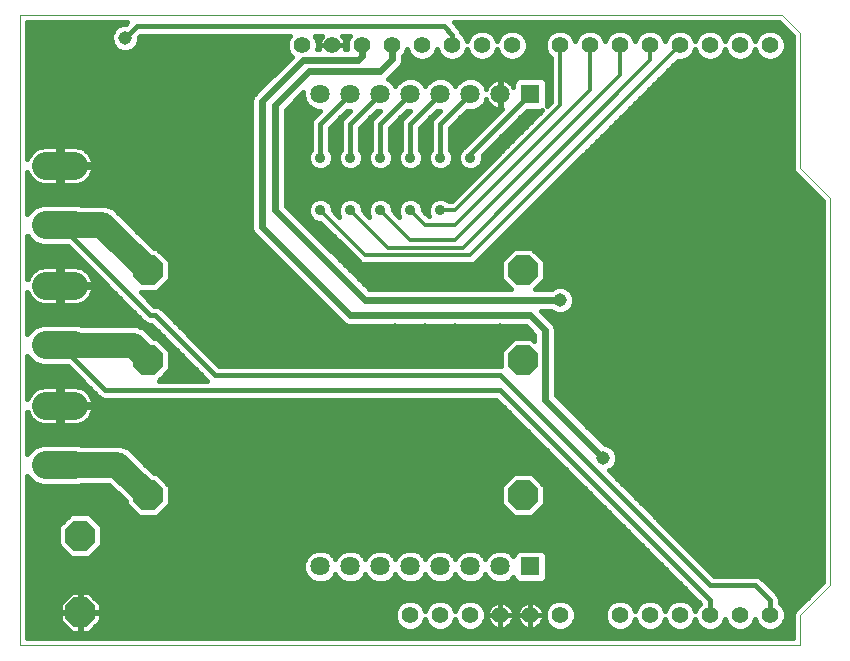
<source format=gbl>
G75*
G70*
%OFA0B0*%
%FSLAX24Y24*%
%IPPOS*%
%LPD*%
%AMOC8*
5,1,8,0,0,1.08239X$1,22.5*
%
%ADD10C,0.0000*%
%ADD11OC8,0.1000*%
%ADD12R,0.0643X0.0643*%
%ADD13C,0.0643*%
%ADD14C,0.0551*%
%ADD15C,0.0937*%
%ADD16C,0.0160*%
%ADD17C,0.0450*%
%ADD18C,0.0860*%
%ADD19C,0.0820*%
%ADD20C,0.0350*%
%ADD21C,0.0120*%
%ADD22C,0.0240*%
D10*
X000867Y004800D02*
X026867Y004800D01*
X026867Y005800D01*
X027867Y006800D01*
X027867Y019700D01*
X026867Y020700D01*
X026867Y025200D01*
X026267Y025800D01*
X000867Y025800D01*
X000867Y004800D01*
D11*
X002867Y005895D03*
X002867Y008455D03*
X005117Y009800D03*
X005117Y014300D03*
X005117Y017300D03*
X017617Y017300D03*
X017617Y014300D03*
X017617Y009800D03*
D12*
X017867Y007426D03*
X017867Y023174D03*
D13*
X016867Y023174D03*
X015867Y023174D03*
X014867Y023174D03*
X013867Y023174D03*
X012867Y023174D03*
X011867Y023174D03*
X010867Y023174D03*
X010867Y007426D03*
X011867Y007426D03*
X012867Y007426D03*
X013867Y007426D03*
X014867Y007426D03*
X015867Y007426D03*
X016867Y007426D03*
D14*
X016867Y005800D03*
X017867Y005800D03*
X018867Y005800D03*
X020867Y005800D03*
X021867Y005800D03*
X022867Y005800D03*
X023867Y005800D03*
X024867Y005800D03*
X025867Y005800D03*
X015867Y005800D03*
X014867Y005800D03*
X013867Y005800D03*
X014267Y024800D03*
X013267Y024800D03*
X012267Y024800D03*
X011267Y024800D03*
X010267Y024800D03*
X015267Y024800D03*
X016267Y024800D03*
X017267Y024800D03*
X018867Y024800D03*
X019867Y024800D03*
X020867Y024800D03*
X021867Y024800D03*
X022867Y024800D03*
X023867Y024800D03*
X024867Y024800D03*
X025867Y024800D03*
D15*
X002658Y020784D02*
X001721Y020784D01*
X001721Y018816D02*
X002658Y018816D01*
X002658Y016784D02*
X001721Y016784D01*
X001721Y014816D02*
X002658Y014816D01*
X002658Y012784D02*
X001721Y012784D01*
X001721Y010816D02*
X002658Y010816D01*
D16*
X002892Y010146D02*
X003824Y010146D01*
X004377Y009592D01*
X004377Y009493D01*
X004810Y009060D01*
X005423Y009060D01*
X005857Y009493D01*
X005857Y010107D01*
X005423Y010540D01*
X005324Y010540D01*
X004481Y011384D01*
X004234Y011486D01*
X002892Y011486D01*
X002799Y011524D01*
X001580Y011524D01*
X001320Y011416D01*
X001121Y011217D01*
X001107Y011184D01*
X001107Y012573D01*
X001138Y012497D01*
X001181Y012423D01*
X001233Y012356D01*
X001293Y012296D01*
X001360Y012244D01*
X001434Y012201D01*
X001512Y012169D01*
X001594Y012147D01*
X001679Y012136D01*
X002132Y012136D01*
X002132Y012726D01*
X002248Y012726D01*
X002248Y012842D01*
X003305Y012842D01*
X003296Y012911D01*
X003274Y012993D01*
X003241Y013072D01*
X003199Y013145D01*
X003147Y013213D01*
X003087Y013273D01*
X003019Y013325D01*
X002946Y013367D01*
X002867Y013400D01*
X002785Y013422D01*
X002701Y013433D01*
X002248Y013433D01*
X002248Y012842D01*
X002132Y012842D01*
X002132Y013433D01*
X001679Y013433D01*
X001594Y013422D01*
X001512Y013400D01*
X001434Y013367D01*
X001360Y013325D01*
X001293Y013273D01*
X001233Y013213D01*
X001181Y013145D01*
X001138Y013072D01*
X001107Y012996D01*
X001107Y014447D01*
X001121Y014414D01*
X001320Y014215D01*
X001580Y014107D01*
X002446Y014107D01*
X003434Y013119D01*
X003524Y013029D01*
X003642Y012980D01*
X016734Y012980D01*
X023526Y006188D01*
X023430Y006092D01*
X023367Y005940D01*
X023304Y006092D01*
X023159Y006237D01*
X022969Y006316D01*
X022764Y006316D01*
X022575Y006237D01*
X022430Y006092D01*
X022367Y005940D01*
X022304Y006092D01*
X022159Y006237D01*
X021969Y006316D01*
X021764Y006316D01*
X021575Y006237D01*
X021430Y006092D01*
X021367Y005940D01*
X021304Y006092D01*
X021159Y006237D01*
X020969Y006316D01*
X020764Y006316D01*
X020575Y006237D01*
X020430Y006092D01*
X020351Y005903D01*
X020351Y005697D01*
X020430Y005508D01*
X020575Y005363D01*
X020764Y005284D01*
X020969Y005284D01*
X021159Y005363D01*
X021304Y005508D01*
X021367Y005660D01*
X021430Y005508D01*
X021575Y005363D01*
X021764Y005284D01*
X021969Y005284D01*
X022159Y005363D01*
X022304Y005508D01*
X022367Y005660D01*
X022430Y005508D01*
X022575Y005363D01*
X022764Y005284D01*
X022969Y005284D01*
X023159Y005363D01*
X023304Y005508D01*
X023367Y005660D01*
X023430Y005508D01*
X023575Y005363D01*
X023764Y005284D01*
X023969Y005284D01*
X024159Y005363D01*
X024304Y005508D01*
X024367Y005660D01*
X024430Y005508D01*
X024575Y005363D01*
X024764Y005284D01*
X024969Y005284D01*
X025159Y005363D01*
X025304Y005508D01*
X025367Y005660D01*
X025430Y005508D01*
X025575Y005363D01*
X025764Y005284D01*
X025969Y005284D01*
X026159Y005363D01*
X026304Y005508D01*
X026383Y005697D01*
X026383Y005903D01*
X026304Y006092D01*
X026187Y006209D01*
X026187Y006364D01*
X026138Y006481D01*
X026048Y006571D01*
X025548Y007071D01*
X025431Y007120D01*
X023999Y007120D01*
X020494Y010625D01*
X020568Y010656D01*
X020699Y010787D01*
X020769Y010958D01*
X020769Y011142D01*
X020699Y011313D01*
X020568Y011444D01*
X020397Y011515D01*
X020349Y011515D01*
X018727Y013137D01*
X018727Y015372D01*
X018672Y015504D01*
X018571Y015605D01*
X018236Y015940D01*
X018569Y015940D01*
X018604Y015906D01*
X018774Y015835D01*
X018959Y015835D01*
X019130Y015906D01*
X019261Y016037D01*
X019332Y016208D01*
X019332Y016392D01*
X019261Y016563D01*
X019130Y016694D01*
X018959Y016765D01*
X018774Y016765D01*
X018604Y016694D01*
X018569Y016660D01*
X018023Y016660D01*
X018357Y016993D01*
X018357Y017607D01*
X017923Y018040D01*
X017310Y018040D01*
X016877Y017607D01*
X016877Y016993D01*
X017210Y016660D01*
X012516Y016660D01*
X009727Y019449D01*
X009727Y022651D01*
X010306Y023230D01*
X010306Y023062D01*
X010391Y022856D01*
X010549Y022698D01*
X010755Y022613D01*
X010853Y022613D01*
X010686Y022445D01*
X010686Y022445D01*
X010596Y022355D01*
X010547Y022238D01*
X010547Y021317D01*
X010515Y021285D01*
X010452Y021133D01*
X010452Y020967D01*
X009727Y020967D01*
X009727Y020809D02*
X010522Y020809D01*
X010515Y020815D02*
X010632Y020698D01*
X010784Y020635D01*
X010949Y020635D01*
X011102Y020698D01*
X011219Y020815D01*
X011282Y020967D01*
X011452Y020967D01*
X011515Y020815D01*
X011632Y020698D01*
X011784Y020635D01*
X011949Y020635D01*
X012102Y020698D01*
X012219Y020815D01*
X012282Y020967D01*
X012452Y020967D01*
X012515Y020815D01*
X012632Y020698D01*
X012784Y020635D01*
X012949Y020635D01*
X013102Y020698D01*
X013219Y020815D01*
X013282Y020967D01*
X013452Y020967D01*
X013515Y020815D01*
X013632Y020698D01*
X013784Y020635D01*
X013949Y020635D01*
X014102Y020698D01*
X014219Y020815D01*
X014282Y020967D01*
X014452Y020967D01*
X014515Y020815D01*
X014632Y020698D01*
X014784Y020635D01*
X014949Y020635D01*
X015102Y020698D01*
X015219Y020815D01*
X015282Y020967D01*
X015452Y020967D01*
X015515Y020815D01*
X015632Y020698D01*
X015784Y020635D01*
X015949Y020635D01*
X016102Y020698D01*
X016219Y020815D01*
X016282Y020967D01*
X016610Y020967D01*
X016768Y021126D02*
X016282Y021126D01*
X016282Y021133D02*
X016281Y021135D01*
X017758Y022613D01*
X018236Y022613D01*
X018269Y022627D01*
X015243Y019600D01*
X015154Y019600D01*
X015102Y019652D01*
X014949Y019715D01*
X014784Y019715D01*
X014632Y019652D01*
X014515Y019535D01*
X014452Y019383D01*
X014452Y019217D01*
X014501Y019100D01*
X014491Y019100D01*
X014282Y019309D01*
X014282Y019383D01*
X014219Y019535D01*
X014102Y019652D01*
X013949Y019715D01*
X013784Y019715D01*
X013632Y019652D01*
X013515Y019535D01*
X013452Y019383D01*
X013452Y019217D01*
X013507Y019084D01*
X013282Y019309D01*
X013282Y019383D01*
X013219Y019535D01*
X013102Y019652D01*
X012949Y019715D01*
X012784Y019715D01*
X012632Y019652D01*
X012515Y019535D01*
X012452Y019383D01*
X012452Y019217D01*
X012507Y019084D01*
X012282Y019309D01*
X012282Y019383D01*
X012219Y019535D01*
X012102Y019652D01*
X011949Y019715D01*
X011784Y019715D01*
X011632Y019652D01*
X011515Y019535D01*
X011452Y019383D01*
X011452Y019217D01*
X011507Y019084D01*
X011282Y019309D01*
X011282Y019383D01*
X011219Y019535D01*
X011102Y019652D01*
X010949Y019715D01*
X010784Y019715D01*
X010632Y019652D01*
X010515Y019535D01*
X010452Y019383D01*
X010452Y019217D01*
X010515Y019065D01*
X010111Y019065D01*
X010270Y018907D02*
X010732Y018907D01*
X010784Y018885D02*
X010858Y018885D01*
X012113Y017630D01*
X012197Y017546D01*
X012307Y017500D01*
X015927Y017500D01*
X016037Y017546D01*
X022776Y024284D01*
X022969Y024284D01*
X023159Y024363D01*
X023304Y024508D01*
X023367Y024660D01*
X023430Y024508D01*
X023575Y024363D01*
X023764Y024284D01*
X023969Y024284D01*
X024159Y024363D01*
X024304Y024508D01*
X024367Y024660D01*
X024430Y024508D01*
X024575Y024363D01*
X024764Y024284D01*
X024969Y024284D01*
X025159Y024363D01*
X025304Y024508D01*
X025367Y024660D01*
X025430Y024508D01*
X025575Y024363D01*
X025764Y024284D01*
X025969Y024284D01*
X026159Y024363D01*
X026304Y024508D01*
X026383Y024697D01*
X026383Y024903D01*
X026304Y025092D01*
X026159Y025237D01*
X025969Y025316D01*
X025764Y025316D01*
X025575Y025237D01*
X025430Y025092D01*
X025367Y024940D01*
X025304Y025092D01*
X025159Y025237D01*
X024969Y025316D01*
X024764Y025316D01*
X024575Y025237D01*
X024430Y025092D01*
X024367Y024940D01*
X024304Y025092D01*
X024159Y025237D01*
X023969Y025316D01*
X023764Y025316D01*
X023575Y025237D01*
X023430Y025092D01*
X023367Y024940D01*
X023304Y025092D01*
X023159Y025237D01*
X022969Y025316D01*
X022764Y025316D01*
X022575Y025237D01*
X022430Y025092D01*
X022367Y024940D01*
X022304Y025092D01*
X022159Y025237D01*
X021969Y025316D01*
X021764Y025316D01*
X021575Y025237D01*
X021430Y025092D01*
X021367Y024940D01*
X021304Y025092D01*
X021159Y025237D01*
X020969Y025316D01*
X020764Y025316D01*
X020575Y025237D01*
X020430Y025092D01*
X020367Y024940D01*
X020304Y025092D01*
X020159Y025237D01*
X019969Y025316D01*
X019764Y025316D01*
X019575Y025237D01*
X019430Y025092D01*
X019367Y024940D01*
X019304Y025092D01*
X019159Y025237D01*
X018969Y025316D01*
X018764Y025316D01*
X018575Y025237D01*
X018430Y025092D01*
X018351Y024903D01*
X018351Y024697D01*
X018430Y024508D01*
X018567Y024371D01*
X018567Y022924D01*
X018414Y022772D01*
X018428Y022805D01*
X018428Y023543D01*
X018392Y023631D01*
X018324Y023699D01*
X018236Y023735D01*
X017498Y023735D01*
X017410Y023699D01*
X017342Y023631D01*
X017306Y023543D01*
X017306Y023417D01*
X017296Y023437D01*
X017249Y023501D01*
X017193Y023556D01*
X017130Y023603D01*
X017059Y023639D01*
X016984Y023663D01*
X016906Y023675D01*
X016887Y023675D01*
X016887Y023194D01*
X016847Y023194D01*
X016847Y023675D01*
X016827Y023675D01*
X016750Y023663D01*
X016675Y023639D01*
X016604Y023603D01*
X016540Y023556D01*
X016485Y023501D01*
X016438Y023437D01*
X016402Y023366D01*
X016399Y023356D01*
X016343Y023492D01*
X016185Y023650D01*
X015979Y023735D01*
X015755Y023735D01*
X015549Y023650D01*
X015391Y023492D01*
X015367Y023434D01*
X015343Y023492D01*
X015185Y023650D01*
X014979Y023735D01*
X014755Y023735D01*
X014549Y023650D01*
X014391Y023492D01*
X014367Y023434D01*
X014343Y023492D01*
X014185Y023650D01*
X013979Y023735D01*
X013755Y023735D01*
X013549Y023650D01*
X013391Y023492D01*
X013367Y023434D01*
X013343Y023492D01*
X013185Y023650D01*
X013125Y023674D01*
X013172Y023721D01*
X013572Y024121D01*
X013627Y024253D01*
X013627Y024431D01*
X013704Y024508D01*
X013767Y024660D01*
X013830Y024508D01*
X013975Y024363D01*
X014164Y024284D01*
X014369Y024284D01*
X014559Y024363D01*
X014704Y024508D01*
X014767Y024660D01*
X014830Y024508D01*
X014975Y024363D01*
X015164Y024284D01*
X015369Y024284D01*
X015559Y024363D01*
X015704Y024508D01*
X015767Y024660D01*
X015830Y024508D01*
X015975Y024363D01*
X016164Y024284D01*
X016369Y024284D01*
X016559Y024363D01*
X016704Y024508D01*
X016767Y024660D01*
X016830Y024508D01*
X016975Y024363D01*
X017164Y024284D01*
X017369Y024284D01*
X017559Y024363D01*
X017704Y024508D01*
X017783Y024697D01*
X017783Y024903D01*
X017704Y025092D01*
X017559Y025237D01*
X017369Y025316D01*
X017164Y025316D01*
X016975Y025237D01*
X016830Y025092D01*
X016767Y024940D01*
X016704Y025092D01*
X016559Y025237D01*
X016369Y025316D01*
X016164Y025316D01*
X015975Y025237D01*
X015830Y025092D01*
X015767Y024940D01*
X015704Y025092D01*
X015587Y025209D01*
X015587Y025214D01*
X015538Y025331D01*
X015309Y025560D01*
X026168Y025560D01*
X026627Y025101D01*
X026627Y020652D01*
X026663Y020564D01*
X027627Y019601D01*
X027627Y006899D01*
X026731Y006003D01*
X026663Y005936D01*
X026627Y005848D01*
X026627Y005040D01*
X001107Y005040D01*
X001107Y010447D01*
X001121Y010414D01*
X001320Y010215D01*
X001580Y010107D01*
X002799Y010107D01*
X002892Y010146D01*
X003173Y009195D02*
X002560Y009195D01*
X002127Y008762D01*
X002127Y008148D01*
X002560Y007715D01*
X003173Y007715D01*
X003607Y008148D01*
X003607Y008762D01*
X003173Y009195D01*
X003289Y009080D02*
X004791Y009080D01*
X004632Y009238D02*
X001107Y009238D01*
X001107Y009080D02*
X002445Y009080D01*
X002286Y008921D02*
X001107Y008921D01*
X001107Y008763D02*
X002128Y008763D01*
X002127Y008604D02*
X001107Y008604D01*
X001107Y008446D02*
X002127Y008446D01*
X002127Y008287D02*
X001107Y008287D01*
X001107Y008129D02*
X002147Y008129D01*
X002305Y007970D02*
X001107Y007970D01*
X001107Y007812D02*
X002464Y007812D01*
X003270Y007812D02*
X010459Y007812D01*
X010391Y007744D02*
X010549Y007902D01*
X010755Y007987D01*
X010979Y007987D01*
X011185Y007902D01*
X011343Y007744D01*
X011367Y007686D01*
X011391Y007744D01*
X011549Y007902D01*
X011755Y007987D01*
X011979Y007987D01*
X012185Y007902D01*
X012343Y007744D01*
X012367Y007686D01*
X012391Y007744D01*
X012549Y007902D01*
X012755Y007987D01*
X012979Y007987D01*
X013185Y007902D01*
X013343Y007744D01*
X013367Y007686D01*
X013391Y007744D01*
X013549Y007902D01*
X013755Y007987D01*
X013979Y007987D01*
X014185Y007902D01*
X014343Y007744D01*
X014367Y007686D01*
X014391Y007744D01*
X014549Y007902D01*
X014755Y007987D01*
X014979Y007987D01*
X015185Y007902D01*
X015343Y007744D01*
X015367Y007686D01*
X015391Y007744D01*
X015549Y007902D01*
X015755Y007987D01*
X015979Y007987D01*
X016185Y007902D01*
X016343Y007744D01*
X016367Y007686D01*
X016391Y007744D01*
X016549Y007902D01*
X016755Y007987D01*
X016979Y007987D01*
X017185Y007902D01*
X017306Y007781D01*
X017306Y007795D01*
X017342Y007883D01*
X017410Y007951D01*
X017498Y007987D01*
X018236Y007987D01*
X018324Y007951D01*
X018392Y007883D01*
X018428Y007795D01*
X018428Y007057D01*
X018392Y006969D01*
X018324Y006901D01*
X018236Y006865D01*
X017498Y006865D01*
X017410Y006901D01*
X017342Y006969D01*
X017306Y007057D01*
X017306Y007071D01*
X017185Y006950D01*
X016979Y006865D01*
X016755Y006865D01*
X016549Y006950D01*
X016391Y007108D01*
X016367Y007166D01*
X016343Y007108D01*
X016185Y006950D01*
X015979Y006865D01*
X015755Y006865D01*
X015549Y006950D01*
X015391Y007108D01*
X015367Y007166D01*
X015343Y007108D01*
X015185Y006950D01*
X014979Y006865D01*
X014755Y006865D01*
X014549Y006950D01*
X014391Y007108D01*
X014367Y007166D01*
X014343Y007108D01*
X014185Y006950D01*
X013979Y006865D01*
X013755Y006865D01*
X013549Y006950D01*
X013391Y007108D01*
X013367Y007166D01*
X013343Y007108D01*
X013185Y006950D01*
X012979Y006865D01*
X012755Y006865D01*
X012549Y006950D01*
X012391Y007108D01*
X012367Y007166D01*
X012343Y007108D01*
X012185Y006950D01*
X011979Y006865D01*
X011755Y006865D01*
X011549Y006950D01*
X011391Y007108D01*
X011367Y007166D01*
X011343Y007108D01*
X011185Y006950D01*
X010979Y006865D01*
X010755Y006865D01*
X010549Y006950D01*
X010391Y007108D01*
X010306Y007314D01*
X010306Y007538D01*
X010391Y007744D01*
X010353Y007653D02*
X001107Y007653D01*
X001107Y007495D02*
X010306Y007495D01*
X010306Y007336D02*
X001107Y007336D01*
X001107Y007178D02*
X010362Y007178D01*
X010480Y007019D02*
X001107Y007019D01*
X001107Y006861D02*
X022854Y006861D01*
X022695Y007019D02*
X018412Y007019D01*
X018428Y007178D02*
X022537Y007178D01*
X022378Y007336D02*
X018428Y007336D01*
X018428Y007495D02*
X022220Y007495D01*
X022061Y007653D02*
X018428Y007653D01*
X018421Y007812D02*
X021903Y007812D01*
X021744Y007970D02*
X018278Y007970D01*
X017456Y007970D02*
X017020Y007970D01*
X017275Y007812D02*
X017313Y007812D01*
X016714Y007970D02*
X016020Y007970D01*
X016275Y007812D02*
X016459Y007812D01*
X015714Y007970D02*
X015020Y007970D01*
X015275Y007812D02*
X015459Y007812D01*
X014714Y007970D02*
X014020Y007970D01*
X014275Y007812D02*
X014459Y007812D01*
X013714Y007970D02*
X013020Y007970D01*
X013275Y007812D02*
X013459Y007812D01*
X012714Y007970D02*
X012020Y007970D01*
X012275Y007812D02*
X012459Y007812D01*
X011714Y007970D02*
X011020Y007970D01*
X011275Y007812D02*
X011459Y007812D01*
X010714Y007970D02*
X003428Y007970D01*
X003587Y008129D02*
X021586Y008129D01*
X021427Y008287D02*
X003607Y008287D01*
X003607Y008446D02*
X021269Y008446D01*
X021110Y008604D02*
X003607Y008604D01*
X003606Y008763D02*
X020952Y008763D01*
X020793Y008921D02*
X003447Y008921D01*
X004377Y009555D02*
X001107Y009555D01*
X001107Y009397D02*
X004474Y009397D01*
X004256Y009714D02*
X001107Y009714D01*
X001107Y009872D02*
X004097Y009872D01*
X003939Y010031D02*
X001107Y010031D01*
X001107Y010189D02*
X001383Y010189D01*
X001188Y010348D02*
X001107Y010348D01*
X001107Y011299D02*
X001202Y011299D01*
X001107Y011457D02*
X001418Y011457D01*
X001107Y011616D02*
X018099Y011616D01*
X017940Y011774D02*
X001107Y011774D01*
X001107Y011933D02*
X017782Y011933D01*
X017623Y012091D02*
X001107Y012091D01*
X001107Y012250D02*
X001353Y012250D01*
X001193Y012408D02*
X001107Y012408D01*
X001107Y012567D02*
X001110Y012567D01*
X001107Y013042D02*
X001126Y013042D01*
X001107Y013201D02*
X001223Y013201D01*
X001107Y013359D02*
X001420Y013359D01*
X001107Y013518D02*
X003035Y013518D01*
X002960Y013359D02*
X003194Y013359D01*
X003156Y013201D02*
X003352Y013201D01*
X003253Y013042D02*
X003511Y013042D01*
X003299Y012884D02*
X016831Y012884D01*
X016989Y012725D02*
X003305Y012725D01*
X003305Y012726D02*
X002248Y012726D01*
X002248Y012136D01*
X002701Y012136D01*
X002785Y012147D01*
X002867Y012169D01*
X002946Y012201D01*
X003019Y012244D01*
X003087Y012296D01*
X003147Y012356D01*
X003199Y012423D01*
X003241Y012497D01*
X003274Y012575D01*
X003296Y012657D01*
X003305Y012726D01*
X003270Y012567D02*
X017148Y012567D01*
X017306Y012408D02*
X003187Y012408D01*
X003027Y012250D02*
X017465Y012250D01*
X018257Y011457D02*
X004304Y011457D01*
X004566Y011299D02*
X018416Y011299D01*
X018574Y011140D02*
X004724Y011140D01*
X004883Y010982D02*
X018733Y010982D01*
X018891Y010823D02*
X005041Y010823D01*
X005200Y010665D02*
X019050Y010665D01*
X019208Y010506D02*
X017957Y010506D01*
X017923Y010540D02*
X017310Y010540D01*
X016877Y010107D01*
X016877Y009493D01*
X017310Y009060D01*
X017923Y009060D01*
X018357Y009493D01*
X018357Y010107D01*
X017923Y010540D01*
X018116Y010348D02*
X019367Y010348D01*
X019525Y010189D02*
X018274Y010189D01*
X018357Y010031D02*
X019684Y010031D01*
X019842Y009872D02*
X018357Y009872D01*
X018357Y009714D02*
X020001Y009714D01*
X020159Y009555D02*
X018357Y009555D01*
X018260Y009397D02*
X020318Y009397D01*
X020476Y009238D02*
X018101Y009238D01*
X017943Y009080D02*
X020635Y009080D01*
X021406Y009714D02*
X027627Y009714D01*
X027627Y009872D02*
X021247Y009872D01*
X021089Y010031D02*
X027627Y010031D01*
X027627Y010189D02*
X020930Y010189D01*
X020772Y010348D02*
X027627Y010348D01*
X027627Y010506D02*
X020613Y010506D01*
X020577Y010665D02*
X027627Y010665D01*
X027627Y010823D02*
X020714Y010823D01*
X020769Y010982D02*
X027627Y010982D01*
X027627Y011140D02*
X020769Y011140D01*
X020705Y011299D02*
X027627Y011299D01*
X027627Y011457D02*
X020537Y011457D01*
X020248Y011616D02*
X027627Y011616D01*
X027627Y011774D02*
X020090Y011774D01*
X019931Y011933D02*
X027627Y011933D01*
X027627Y012091D02*
X019773Y012091D01*
X019614Y012250D02*
X027627Y012250D01*
X027627Y012408D02*
X019456Y012408D01*
X019297Y012567D02*
X027627Y012567D01*
X027627Y012725D02*
X019139Y012725D01*
X018980Y012884D02*
X027627Y012884D01*
X027627Y013042D02*
X018822Y013042D01*
X018727Y013201D02*
X027627Y013201D01*
X027627Y013359D02*
X018727Y013359D01*
X018727Y013518D02*
X027627Y013518D01*
X027627Y013676D02*
X018727Y013676D01*
X018727Y013835D02*
X027627Y013835D01*
X027627Y013993D02*
X018727Y013993D01*
X018727Y014152D02*
X027627Y014152D01*
X027627Y014310D02*
X018727Y014310D01*
X018727Y014469D02*
X027627Y014469D01*
X027627Y014627D02*
X018727Y014627D01*
X018727Y014786D02*
X027627Y014786D01*
X027627Y014944D02*
X018727Y014944D01*
X018727Y015103D02*
X027627Y015103D01*
X027627Y015261D02*
X018727Y015261D01*
X018707Y015420D02*
X027627Y015420D01*
X027627Y015578D02*
X018598Y015578D01*
X018440Y015737D02*
X027627Y015737D01*
X027627Y015895D02*
X019104Y015895D01*
X019268Y016054D02*
X027627Y016054D01*
X027627Y016212D02*
X019332Y016212D01*
X019332Y016371D02*
X027627Y016371D01*
X027627Y016529D02*
X019275Y016529D01*
X019137Y016688D02*
X027627Y016688D01*
X027627Y016846D02*
X018209Y016846D01*
X018357Y017005D02*
X027627Y017005D01*
X027627Y017163D02*
X018357Y017163D01*
X018357Y017322D02*
X027627Y017322D01*
X027627Y017480D02*
X018357Y017480D01*
X018325Y017639D02*
X027627Y017639D01*
X027627Y017797D02*
X018166Y017797D01*
X018008Y017956D02*
X027627Y017956D01*
X027627Y018114D02*
X016605Y018114D01*
X016447Y017956D02*
X017226Y017956D01*
X017067Y017797D02*
X016288Y017797D01*
X016130Y017639D02*
X016909Y017639D01*
X016877Y017480D02*
X011696Y017480D01*
X011538Y017639D02*
X012104Y017639D01*
X011946Y017797D02*
X011379Y017797D01*
X011221Y017956D02*
X011787Y017956D01*
X011629Y018114D02*
X011062Y018114D01*
X010904Y018273D02*
X011470Y018273D01*
X011312Y018431D02*
X010745Y018431D01*
X010587Y018590D02*
X011153Y018590D01*
X010995Y018748D02*
X010428Y018748D01*
X010632Y018948D02*
X010784Y018885D01*
X010632Y018948D02*
X010515Y019065D01*
X010452Y019224D02*
X009953Y019224D01*
X009794Y019382D02*
X010452Y019382D01*
X010521Y019541D02*
X009727Y019541D01*
X009727Y019699D02*
X010746Y019699D01*
X010988Y019699D02*
X011746Y019699D01*
X011988Y019699D02*
X012746Y019699D01*
X012988Y019699D02*
X013746Y019699D01*
X013988Y019699D02*
X014746Y019699D01*
X014988Y019699D02*
X015342Y019699D01*
X015500Y019858D02*
X009727Y019858D01*
X009727Y020016D02*
X015659Y020016D01*
X015817Y020175D02*
X009727Y020175D01*
X009727Y020333D02*
X015976Y020333D01*
X016134Y020492D02*
X009727Y020492D01*
X009727Y020650D02*
X010748Y020650D01*
X010986Y020650D02*
X011748Y020650D01*
X011986Y020650D02*
X012748Y020650D01*
X012986Y020650D02*
X013748Y020650D01*
X013986Y020650D02*
X014748Y020650D01*
X014986Y020650D02*
X015748Y020650D01*
X015986Y020650D02*
X016293Y020650D01*
X016212Y020809D02*
X016451Y020809D01*
X016282Y020967D02*
X016282Y021133D01*
X016429Y021284D02*
X016927Y021284D01*
X017085Y021443D02*
X016588Y021443D01*
X016746Y021601D02*
X017244Y021601D01*
X017402Y021760D02*
X016905Y021760D01*
X017063Y021918D02*
X017561Y021918D01*
X017719Y022077D02*
X017222Y022077D01*
X017380Y022235D02*
X017878Y022235D01*
X018036Y022394D02*
X017539Y022394D01*
X017697Y022552D02*
X018195Y022552D01*
X018428Y022869D02*
X018512Y022869D01*
X018567Y023028D02*
X018428Y023028D01*
X018428Y023186D02*
X018567Y023186D01*
X018567Y023345D02*
X018428Y023345D01*
X018428Y023503D02*
X018567Y023503D01*
X018567Y023662D02*
X018361Y023662D01*
X018567Y023820D02*
X013271Y023820D01*
X013172Y023721D02*
X013172Y023721D01*
X013157Y023662D02*
X013577Y023662D01*
X013402Y023503D02*
X013332Y023503D01*
X013430Y023979D02*
X018567Y023979D01*
X018567Y024137D02*
X013579Y024137D01*
X013627Y024296D02*
X014138Y024296D01*
X014396Y024296D02*
X015138Y024296D01*
X015396Y024296D02*
X016138Y024296D01*
X016396Y024296D02*
X017138Y024296D01*
X017396Y024296D02*
X018567Y024296D01*
X018484Y024454D02*
X017650Y024454D01*
X017747Y024613D02*
X018387Y024613D01*
X018351Y024771D02*
X017783Y024771D01*
X017771Y024930D02*
X018363Y024930D01*
X018428Y025088D02*
X017706Y025088D01*
X017536Y025247D02*
X018598Y025247D01*
X019136Y025247D02*
X019598Y025247D01*
X019428Y025088D02*
X019306Y025088D01*
X020136Y025247D02*
X020598Y025247D01*
X020428Y025088D02*
X020306Y025088D01*
X021136Y025247D02*
X021598Y025247D01*
X021428Y025088D02*
X021306Y025088D01*
X022136Y025247D02*
X022598Y025247D01*
X022428Y025088D02*
X022306Y025088D01*
X023136Y025247D02*
X023598Y025247D01*
X023428Y025088D02*
X023306Y025088D01*
X023347Y024613D02*
X023387Y024613D01*
X023484Y024454D02*
X023250Y024454D01*
X022996Y024296D02*
X023738Y024296D01*
X023996Y024296D02*
X024738Y024296D01*
X024996Y024296D02*
X025738Y024296D01*
X025996Y024296D02*
X026627Y024296D01*
X026627Y024454D02*
X026250Y024454D01*
X026347Y024613D02*
X026627Y024613D01*
X026627Y024771D02*
X026383Y024771D01*
X026371Y024930D02*
X026627Y024930D01*
X026627Y025088D02*
X026306Y025088D01*
X026136Y025247D02*
X026481Y025247D01*
X026322Y025405D02*
X015464Y025405D01*
X015573Y025247D02*
X015998Y025247D01*
X015828Y025088D02*
X015706Y025088D01*
X015267Y025150D02*
X015267Y024800D01*
X015267Y025150D02*
X014992Y025425D01*
X004742Y025425D01*
X004367Y025050D01*
X003945Y025247D02*
X001107Y025247D01*
X001107Y025405D02*
X004064Y025405D01*
X004104Y025444D02*
X003973Y025313D01*
X003902Y025142D01*
X003902Y024958D01*
X003973Y024787D01*
X004104Y024656D01*
X004274Y024585D01*
X004459Y024585D01*
X004630Y024656D01*
X004761Y024787D01*
X004832Y024958D01*
X004832Y025062D01*
X004874Y025105D01*
X009843Y025105D01*
X009830Y025092D01*
X009751Y024903D01*
X009751Y024697D01*
X009830Y024508D01*
X009917Y024421D01*
X008726Y023230D01*
X008624Y023129D01*
X008569Y022997D01*
X008569Y018666D01*
X008624Y018534D01*
X011562Y015596D01*
X011663Y015495D01*
X011795Y015440D01*
X017718Y015440D01*
X018007Y015151D01*
X018007Y014957D01*
X017923Y015040D01*
X017310Y015040D01*
X016877Y014607D01*
X016877Y014120D01*
X007499Y014120D01*
X005548Y016071D01*
X005431Y016120D01*
X005338Y016120D01*
X004898Y016560D01*
X005423Y016560D01*
X005857Y016993D01*
X005857Y017607D01*
X005423Y018040D01*
X005324Y018040D01*
X003981Y019384D01*
X003734Y019486D01*
X002892Y019486D01*
X002799Y019524D01*
X001580Y019524D01*
X001320Y019416D01*
X001121Y019217D01*
X001107Y019184D01*
X001107Y020573D01*
X001138Y020497D01*
X001181Y020423D01*
X001233Y020356D01*
X001293Y020296D01*
X001360Y020244D01*
X001434Y020201D01*
X001512Y020169D01*
X001594Y020147D01*
X001679Y020136D01*
X002132Y020136D01*
X002132Y020726D01*
X002248Y020726D01*
X002248Y020842D01*
X003305Y020842D01*
X003296Y020911D01*
X003274Y020993D01*
X003241Y021072D01*
X003199Y021145D01*
X003147Y021213D01*
X003087Y021273D01*
X003019Y021325D01*
X002946Y021367D01*
X002867Y021400D01*
X002785Y021422D01*
X002701Y021433D01*
X002248Y021433D01*
X002248Y020842D01*
X002132Y020842D01*
X002132Y021433D01*
X001679Y021433D01*
X001594Y021422D01*
X001512Y021400D01*
X001434Y021367D01*
X001360Y021325D01*
X001293Y021273D01*
X001233Y021213D01*
X001181Y021145D01*
X001138Y021072D01*
X001107Y020996D01*
X001107Y025560D01*
X004424Y025560D01*
X004379Y025515D01*
X004274Y025515D01*
X004104Y025444D01*
X003902Y025088D02*
X001107Y025088D01*
X001107Y024930D02*
X003914Y024930D01*
X003988Y024771D02*
X001107Y024771D01*
X001107Y024613D02*
X004208Y024613D01*
X004526Y024613D02*
X009787Y024613D01*
X009751Y024771D02*
X004746Y024771D01*
X004820Y024930D02*
X009763Y024930D01*
X009828Y025088D02*
X004858Y025088D01*
X001107Y023186D02*
X008681Y023186D01*
X008582Y023028D02*
X001107Y023028D01*
X001107Y022869D02*
X008569Y022869D01*
X008569Y022711D02*
X001107Y022711D01*
X001107Y022552D02*
X008569Y022552D01*
X008569Y022394D02*
X001107Y022394D01*
X001107Y022235D02*
X008569Y022235D01*
X008569Y022077D02*
X001107Y022077D01*
X001107Y021918D02*
X008569Y021918D01*
X008569Y021760D02*
X001107Y021760D01*
X001107Y021601D02*
X008569Y021601D01*
X008569Y021443D02*
X001107Y021443D01*
X001107Y021284D02*
X001307Y021284D01*
X001169Y021126D02*
X001107Y021126D01*
X001107Y020492D02*
X001141Y020492D01*
X001107Y020333D02*
X001255Y020333D01*
X001107Y020175D02*
X001499Y020175D01*
X001107Y020016D02*
X008569Y020016D01*
X008569Y019858D02*
X001107Y019858D01*
X001107Y019699D02*
X008569Y019699D01*
X008569Y019541D02*
X001107Y019541D01*
X001107Y019382D02*
X001286Y019382D01*
X001127Y019224D02*
X001107Y019224D01*
X001107Y018447D02*
X001121Y018414D01*
X001320Y018215D01*
X001580Y018107D01*
X002446Y018107D01*
X004934Y015619D01*
X005024Y015529D01*
X005142Y015480D01*
X005234Y015480D01*
X007094Y013620D01*
X005483Y013620D01*
X005857Y013993D01*
X005857Y014607D01*
X005423Y015040D01*
X005314Y015040D01*
X005188Y015174D01*
X005184Y015184D01*
X005100Y015268D01*
X005018Y015355D01*
X005008Y015359D01*
X005001Y015367D01*
X004891Y015412D01*
X004782Y015461D01*
X004772Y015462D01*
X004762Y015466D01*
X004643Y015466D01*
X004524Y015469D01*
X004514Y015466D01*
X002940Y015466D01*
X002799Y015524D01*
X001580Y015524D01*
X001320Y015416D01*
X001121Y015217D01*
X001107Y015184D01*
X001107Y016573D01*
X001138Y016497D01*
X001181Y016423D01*
X001233Y016356D01*
X001293Y016296D01*
X001360Y016244D01*
X001434Y016201D01*
X001512Y016169D01*
X001594Y016147D01*
X001679Y016136D01*
X002132Y016136D01*
X002132Y016726D01*
X002248Y016726D01*
X002248Y016842D01*
X003305Y016842D01*
X003296Y016911D01*
X003274Y016993D01*
X003241Y017072D01*
X003199Y017145D01*
X003147Y017213D01*
X003087Y017273D01*
X003019Y017325D01*
X002946Y017367D01*
X002867Y017400D01*
X002785Y017422D01*
X002701Y017433D01*
X002248Y017433D01*
X002248Y016842D01*
X002132Y016842D01*
X002132Y017433D01*
X001679Y017433D01*
X001594Y017422D01*
X001512Y017400D01*
X001434Y017367D01*
X001360Y017325D01*
X001293Y017273D01*
X001233Y017213D01*
X001181Y017145D01*
X001138Y017072D01*
X001107Y016996D01*
X001107Y018447D01*
X001107Y018431D02*
X001114Y018431D01*
X001107Y018273D02*
X001263Y018273D01*
X001107Y018114D02*
X001564Y018114D01*
X001107Y017956D02*
X002597Y017956D01*
X002756Y017797D02*
X001107Y017797D01*
X001107Y017639D02*
X002914Y017639D01*
X003073Y017480D02*
X001107Y017480D01*
X001107Y017322D02*
X001356Y017322D01*
X001194Y017163D02*
X001107Y017163D01*
X001107Y017005D02*
X001111Y017005D01*
X001107Y016529D02*
X001125Y016529D01*
X001107Y016371D02*
X001221Y016371D01*
X001107Y016212D02*
X001415Y016212D01*
X001107Y016054D02*
X004499Y016054D01*
X004341Y016212D02*
X002964Y016212D01*
X002946Y016201D02*
X003019Y016244D01*
X003087Y016296D01*
X003147Y016356D01*
X003199Y016423D01*
X003241Y016497D01*
X003274Y016575D01*
X003296Y016657D01*
X003305Y016726D01*
X002248Y016726D01*
X002248Y016136D01*
X002701Y016136D01*
X002785Y016147D01*
X002867Y016169D01*
X002946Y016201D01*
X003158Y016371D02*
X004182Y016371D01*
X004024Y016529D02*
X003254Y016529D01*
X003300Y016688D02*
X003865Y016688D01*
X003707Y016846D02*
X003304Y016846D01*
X003269Y017005D02*
X003548Y017005D01*
X003390Y017163D02*
X003185Y017163D01*
X003231Y017322D02*
X003023Y017322D01*
X002248Y017322D02*
X002132Y017322D01*
X002132Y017163D02*
X002248Y017163D01*
X002248Y017005D02*
X002132Y017005D01*
X002132Y016846D02*
X002248Y016846D01*
X002248Y016688D02*
X002132Y016688D01*
X002132Y016529D02*
X002248Y016529D01*
X002248Y016371D02*
X002132Y016371D01*
X002132Y016212D02*
X002248Y016212D01*
X001327Y015420D02*
X001107Y015420D01*
X001107Y015578D02*
X004975Y015578D01*
X004875Y015420D02*
X005295Y015420D01*
X005453Y015261D02*
X005107Y015261D01*
X005255Y015103D02*
X005612Y015103D01*
X005519Y014944D02*
X005770Y014944D01*
X005678Y014786D02*
X005929Y014786D01*
X005836Y014627D02*
X006087Y014627D01*
X006246Y014469D02*
X005857Y014469D01*
X005857Y014310D02*
X006404Y014310D01*
X006563Y014152D02*
X005857Y014152D01*
X005856Y013993D02*
X006721Y013993D01*
X006880Y013835D02*
X005698Y013835D01*
X005539Y013676D02*
X007038Y013676D01*
X007367Y013800D02*
X016867Y013800D01*
X023867Y006800D01*
X025367Y006800D01*
X025867Y006300D01*
X025867Y005800D01*
X026339Y005593D02*
X026627Y005593D01*
X026627Y005751D02*
X026383Y005751D01*
X026380Y005910D02*
X026653Y005910D01*
X026796Y006068D02*
X026314Y006068D01*
X026187Y006227D02*
X026954Y006227D01*
X027113Y006385D02*
X026178Y006385D01*
X026076Y006544D02*
X027271Y006544D01*
X027430Y006702D02*
X025917Y006702D01*
X025759Y006861D02*
X027588Y006861D01*
X027627Y007019D02*
X025600Y007019D01*
X025395Y005593D02*
X025339Y005593D01*
X025230Y005434D02*
X025504Y005434D01*
X026230Y005434D02*
X026627Y005434D01*
X026627Y005276D02*
X003209Y005276D01*
X003149Y005215D02*
X003547Y005613D01*
X003547Y005875D01*
X002887Y005875D01*
X002887Y005915D01*
X003547Y005915D01*
X003547Y006177D01*
X003149Y006575D01*
X002887Y006575D01*
X002887Y005915D01*
X002847Y005915D01*
X002847Y006575D01*
X002585Y006575D01*
X002187Y006177D01*
X002187Y005915D01*
X002847Y005915D01*
X002847Y005875D01*
X002887Y005875D01*
X002887Y005215D01*
X003149Y005215D01*
X002887Y005276D02*
X002847Y005276D01*
X002847Y005215D02*
X002847Y005875D01*
X002187Y005875D01*
X002187Y005613D01*
X002585Y005215D01*
X002847Y005215D01*
X002847Y005434D02*
X002887Y005434D01*
X002887Y005593D02*
X002847Y005593D01*
X002847Y005751D02*
X002887Y005751D01*
X002887Y005910D02*
X013354Y005910D01*
X013351Y005903D02*
X013351Y005697D01*
X013430Y005508D01*
X013575Y005363D01*
X013764Y005284D01*
X013969Y005284D01*
X014159Y005363D01*
X014304Y005508D01*
X014367Y005660D01*
X014430Y005508D01*
X014575Y005363D01*
X014764Y005284D01*
X014969Y005284D01*
X015159Y005363D01*
X015304Y005508D01*
X015367Y005660D01*
X015430Y005508D01*
X015575Y005363D01*
X015764Y005284D01*
X015969Y005284D01*
X016159Y005363D01*
X016304Y005508D01*
X016383Y005697D01*
X016383Y005903D01*
X016304Y006092D01*
X016159Y006237D01*
X015969Y006316D01*
X015764Y006316D01*
X015575Y006237D01*
X015430Y006092D01*
X015367Y005940D01*
X015304Y006092D01*
X015159Y006237D01*
X014969Y006316D01*
X014764Y006316D01*
X014575Y006237D01*
X014430Y006092D01*
X014367Y005940D01*
X014304Y006092D01*
X014159Y006237D01*
X013969Y006316D01*
X013764Y006316D01*
X013575Y006237D01*
X013430Y006092D01*
X013351Y005903D01*
X013351Y005751D02*
X003547Y005751D01*
X003526Y005593D02*
X013395Y005593D01*
X013504Y005434D02*
X003368Y005434D01*
X002847Y005910D02*
X001107Y005910D01*
X001107Y006068D02*
X002187Y006068D01*
X002237Y006227D02*
X001107Y006227D01*
X001107Y006385D02*
X002395Y006385D01*
X002554Y006544D02*
X001107Y006544D01*
X001107Y006702D02*
X023012Y006702D01*
X023171Y006544D02*
X003180Y006544D01*
X003339Y006385D02*
X023329Y006385D01*
X023170Y006227D02*
X023488Y006227D01*
X023420Y006068D02*
X023314Y006068D01*
X023339Y005593D02*
X023395Y005593D01*
X023504Y005434D02*
X023230Y005434D01*
X022504Y005434D02*
X022230Y005434D01*
X022339Y005593D02*
X022395Y005593D01*
X022420Y006068D02*
X022314Y006068D01*
X022170Y006227D02*
X022564Y006227D01*
X021564Y006227D02*
X021170Y006227D01*
X021314Y006068D02*
X021420Y006068D01*
X021395Y005593D02*
X021339Y005593D01*
X021230Y005434D02*
X021504Y005434D01*
X020504Y005434D02*
X019230Y005434D01*
X019159Y005363D02*
X019304Y005508D01*
X019383Y005697D01*
X019383Y005903D01*
X019304Y006092D01*
X019159Y006237D01*
X018969Y006316D01*
X018764Y006316D01*
X018575Y006237D01*
X018430Y006092D01*
X018351Y005903D01*
X018351Y005697D01*
X018430Y005508D01*
X018575Y005363D01*
X018764Y005284D01*
X018969Y005284D01*
X019159Y005363D01*
X019339Y005593D02*
X020395Y005593D01*
X020351Y005751D02*
X019383Y005751D01*
X019380Y005910D02*
X020354Y005910D01*
X020420Y006068D02*
X019314Y006068D01*
X019170Y006227D02*
X020564Y006227D01*
X018564Y006227D02*
X018029Y006227D01*
X018042Y006222D02*
X017974Y006244D01*
X017903Y006256D01*
X017867Y006256D01*
X017867Y005800D01*
X018323Y005800D01*
X018323Y005836D01*
X018311Y005907D01*
X018289Y005975D01*
X018257Y006039D01*
X018214Y006097D01*
X018164Y006148D01*
X018106Y006190D01*
X018042Y006222D01*
X017867Y006227D02*
X017867Y006227D01*
X017867Y006256D02*
X017867Y005800D01*
X017867Y005800D01*
X018323Y005800D01*
X018323Y005764D01*
X018311Y005693D01*
X018289Y005625D01*
X018257Y005561D01*
X018214Y005503D01*
X018164Y005452D01*
X018106Y005410D01*
X018042Y005378D01*
X017974Y005356D01*
X017903Y005344D01*
X017867Y005344D01*
X017867Y005800D01*
X017867Y005800D01*
X017867Y005800D01*
X017867Y005344D01*
X017831Y005344D01*
X017760Y005356D01*
X017692Y005378D01*
X017628Y005410D01*
X017570Y005452D01*
X017519Y005503D01*
X017477Y005561D01*
X017445Y005625D01*
X017423Y005693D01*
X017411Y005764D01*
X017411Y005800D01*
X017867Y005800D01*
X017411Y005800D01*
X017411Y005836D01*
X017423Y005907D01*
X017445Y005975D01*
X017477Y006039D01*
X017519Y006097D01*
X017570Y006148D01*
X017628Y006190D01*
X017692Y006222D01*
X017760Y006244D01*
X017831Y006256D01*
X017867Y006256D01*
X017705Y006227D02*
X017029Y006227D01*
X017042Y006222D02*
X016974Y006244D01*
X016903Y006256D01*
X016867Y006256D01*
X016867Y005800D01*
X017323Y005800D01*
X017323Y005836D01*
X017311Y005907D01*
X017289Y005975D01*
X017257Y006039D01*
X017214Y006097D01*
X017164Y006148D01*
X017106Y006190D01*
X017042Y006222D01*
X016867Y006227D02*
X016867Y006227D01*
X016867Y006256D02*
X016867Y005800D01*
X016867Y005800D01*
X017323Y005800D01*
X017323Y005764D01*
X017311Y005693D01*
X017289Y005625D01*
X017257Y005561D01*
X017214Y005503D01*
X017164Y005452D01*
X017106Y005410D01*
X017042Y005378D01*
X016974Y005356D01*
X016903Y005344D01*
X016867Y005344D01*
X016867Y005800D01*
X016867Y005800D01*
X016867Y005800D01*
X016867Y005344D01*
X016831Y005344D01*
X016760Y005356D01*
X016692Y005378D01*
X016628Y005410D01*
X016570Y005452D01*
X016519Y005503D01*
X016477Y005561D01*
X016445Y005625D01*
X016423Y005693D01*
X016411Y005764D01*
X016411Y005800D01*
X016867Y005800D01*
X016411Y005800D01*
X016411Y005836D01*
X016423Y005907D01*
X016445Y005975D01*
X016477Y006039D01*
X016519Y006097D01*
X016570Y006148D01*
X016628Y006190D01*
X016692Y006222D01*
X016760Y006244D01*
X016831Y006256D01*
X016867Y006256D01*
X016705Y006227D02*
X016170Y006227D01*
X016314Y006068D02*
X016499Y006068D01*
X016423Y005910D02*
X016380Y005910D01*
X016383Y005751D02*
X016413Y005751D01*
X016461Y005593D02*
X016339Y005593D01*
X016230Y005434D02*
X016596Y005434D01*
X016867Y005434D02*
X016867Y005434D01*
X016867Y005593D02*
X016867Y005593D01*
X016867Y005751D02*
X016867Y005751D01*
X016867Y005800D02*
X016867Y005800D01*
X016867Y005910D02*
X016867Y005910D01*
X016867Y006068D02*
X016867Y006068D01*
X017235Y006068D02*
X017499Y006068D01*
X017423Y005910D02*
X017310Y005910D01*
X017320Y005751D02*
X017413Y005751D01*
X017461Y005593D02*
X017273Y005593D01*
X017138Y005434D02*
X017596Y005434D01*
X017867Y005434D02*
X017867Y005434D01*
X017867Y005593D02*
X017867Y005593D01*
X017867Y005751D02*
X017867Y005751D01*
X017867Y005800D02*
X017867Y005800D01*
X017867Y005910D02*
X017867Y005910D01*
X017867Y006068D02*
X017867Y006068D01*
X018235Y006068D02*
X018420Y006068D01*
X018354Y005910D02*
X018310Y005910D01*
X018320Y005751D02*
X018351Y005751D01*
X018395Y005593D02*
X018273Y005593D01*
X018138Y005434D02*
X018504Y005434D01*
X017321Y007019D02*
X017254Y007019D01*
X016480Y007019D02*
X016254Y007019D01*
X015480Y007019D02*
X015254Y007019D01*
X014480Y007019D02*
X014254Y007019D01*
X013480Y007019D02*
X013254Y007019D01*
X012480Y007019D02*
X012254Y007019D01*
X011480Y007019D02*
X011254Y007019D01*
X013420Y006068D02*
X003547Y006068D01*
X003497Y006227D02*
X013564Y006227D01*
X014170Y006227D02*
X014564Y006227D01*
X014420Y006068D02*
X014314Y006068D01*
X014339Y005593D02*
X014395Y005593D01*
X014504Y005434D02*
X014230Y005434D01*
X015230Y005434D02*
X015504Y005434D01*
X015395Y005593D02*
X015339Y005593D01*
X015314Y006068D02*
X015420Y006068D01*
X015564Y006227D02*
X015170Y006227D01*
X017291Y009080D02*
X005443Y009080D01*
X005601Y009238D02*
X017132Y009238D01*
X016974Y009397D02*
X005760Y009397D01*
X005857Y009555D02*
X016877Y009555D01*
X016877Y009714D02*
X005857Y009714D01*
X005857Y009872D02*
X016877Y009872D01*
X016877Y010031D02*
X005857Y010031D01*
X005774Y010189D02*
X016959Y010189D01*
X017118Y010348D02*
X005616Y010348D01*
X005457Y010506D02*
X017276Y010506D01*
X016867Y013300D02*
X023867Y006300D01*
X023867Y005800D01*
X024339Y005593D02*
X024395Y005593D01*
X024504Y005434D02*
X024230Y005434D01*
X023942Y007178D02*
X027627Y007178D01*
X027627Y007336D02*
X023783Y007336D01*
X023625Y007495D02*
X027627Y007495D01*
X027627Y007653D02*
X023466Y007653D01*
X023308Y007812D02*
X027627Y007812D01*
X027627Y007970D02*
X023149Y007970D01*
X022991Y008129D02*
X027627Y008129D01*
X027627Y008287D02*
X022832Y008287D01*
X022674Y008446D02*
X027627Y008446D01*
X027627Y008604D02*
X022515Y008604D01*
X022357Y008763D02*
X027627Y008763D01*
X027627Y008921D02*
X022198Y008921D01*
X022040Y009080D02*
X027627Y009080D01*
X027627Y009238D02*
X021881Y009238D01*
X021723Y009397D02*
X027627Y009397D01*
X027627Y009555D02*
X021564Y009555D01*
X016867Y013300D02*
X003706Y013300D01*
X002190Y014816D01*
X001473Y014152D02*
X001107Y014152D01*
X001107Y014310D02*
X001225Y014310D01*
X001107Y013993D02*
X002560Y013993D01*
X002718Y013835D02*
X001107Y013835D01*
X001107Y013676D02*
X002877Y013676D01*
X002248Y013359D02*
X002132Y013359D01*
X002132Y013201D02*
X002248Y013201D01*
X002248Y013042D02*
X002132Y013042D01*
X002132Y012884D02*
X002248Y012884D01*
X002248Y012725D02*
X002132Y012725D01*
X002132Y012567D02*
X002248Y012567D01*
X002248Y012408D02*
X002132Y012408D01*
X002132Y012250D02*
X002248Y012250D01*
X001165Y015261D02*
X001107Y015261D01*
X001107Y015737D02*
X004816Y015737D01*
X004658Y015895D02*
X001107Y015895D01*
X002190Y018816D02*
X005206Y015800D01*
X005367Y015800D01*
X007367Y013800D01*
X007468Y014152D02*
X016877Y014152D01*
X016877Y014310D02*
X007309Y014310D01*
X007151Y014469D02*
X016877Y014469D01*
X016897Y014627D02*
X006992Y014627D01*
X006834Y014786D02*
X017056Y014786D01*
X017214Y014944D02*
X006675Y014944D01*
X006517Y015103D02*
X018007Y015103D01*
X017897Y015261D02*
X006358Y015261D01*
X006200Y015420D02*
X017738Y015420D01*
X018281Y015895D02*
X018630Y015895D01*
X018597Y016688D02*
X018051Y016688D01*
X017183Y016688D02*
X012489Y016688D01*
X012330Y016846D02*
X017024Y016846D01*
X016877Y017005D02*
X012172Y017005D01*
X012013Y017163D02*
X016877Y017163D01*
X016877Y017322D02*
X011855Y017322D01*
X010787Y016371D02*
X005088Y016371D01*
X004929Y016529D02*
X010629Y016529D01*
X010470Y016688D02*
X005551Y016688D01*
X005709Y016846D02*
X010312Y016846D01*
X010153Y017005D02*
X005857Y017005D01*
X005857Y017163D02*
X009995Y017163D01*
X009836Y017322D02*
X005857Y017322D01*
X005857Y017480D02*
X009678Y017480D01*
X009519Y017639D02*
X005825Y017639D01*
X005666Y017797D02*
X009361Y017797D01*
X009202Y017956D02*
X005508Y017956D01*
X005250Y018114D02*
X009044Y018114D01*
X008885Y018273D02*
X005092Y018273D01*
X004933Y018431D02*
X008727Y018431D01*
X008601Y018590D02*
X004775Y018590D01*
X004616Y018748D02*
X008569Y018748D01*
X008569Y018907D02*
X004458Y018907D01*
X004299Y019065D02*
X008569Y019065D01*
X008569Y019224D02*
X004141Y019224D01*
X003982Y019382D02*
X008569Y019382D01*
X008569Y020175D02*
X002881Y020175D01*
X002867Y020169D02*
X002946Y020201D01*
X003019Y020244D01*
X003087Y020296D01*
X003147Y020356D01*
X003199Y020423D01*
X003241Y020497D01*
X003274Y020575D01*
X003296Y020657D01*
X003305Y020726D01*
X002248Y020726D01*
X002248Y020136D01*
X002701Y020136D01*
X002785Y020147D01*
X002867Y020169D01*
X003124Y020333D02*
X008569Y020333D01*
X008569Y020492D02*
X003238Y020492D01*
X003294Y020650D02*
X008569Y020650D01*
X008569Y020809D02*
X002248Y020809D01*
X002248Y020967D02*
X002132Y020967D01*
X002132Y021126D02*
X002248Y021126D01*
X002248Y021284D02*
X002132Y021284D01*
X002132Y020650D02*
X002248Y020650D01*
X002248Y020492D02*
X002132Y020492D01*
X002132Y020333D02*
X002248Y020333D01*
X002248Y020175D02*
X002132Y020175D01*
X003281Y020967D02*
X008569Y020967D01*
X008569Y021126D02*
X003210Y021126D01*
X003072Y021284D02*
X008569Y021284D01*
X009727Y021284D02*
X010515Y021284D01*
X010547Y021443D02*
X009727Y021443D01*
X009727Y021601D02*
X010547Y021601D01*
X010547Y021760D02*
X009727Y021760D01*
X009727Y021918D02*
X010547Y021918D01*
X010547Y022077D02*
X009727Y022077D01*
X009727Y022235D02*
X010547Y022235D01*
X010634Y022394D02*
X009727Y022394D01*
X009727Y022552D02*
X010792Y022552D01*
X010537Y022711D02*
X009787Y022711D01*
X009945Y022869D02*
X010386Y022869D01*
X010320Y023028D02*
X010104Y023028D01*
X010262Y023186D02*
X010306Y023186D01*
X009474Y023979D02*
X001107Y023979D01*
X001107Y024137D02*
X009632Y024137D01*
X009791Y024296D02*
X001107Y024296D01*
X001107Y024454D02*
X009884Y024454D01*
X009315Y023820D02*
X001107Y023820D01*
X001107Y023662D02*
X009157Y023662D01*
X008998Y023503D02*
X001107Y023503D01*
X001107Y023345D02*
X008840Y023345D01*
X010767Y024660D02*
X010783Y024697D01*
X010783Y024903D01*
X010704Y025092D01*
X010691Y025105D01*
X010928Y025105D01*
X010919Y025097D01*
X010877Y025039D01*
X010845Y024975D01*
X010823Y024907D01*
X010811Y024836D01*
X010811Y024800D01*
X011267Y024800D01*
X011723Y024800D01*
X011723Y024836D01*
X011711Y024907D01*
X011689Y024975D01*
X011657Y025039D01*
X011614Y025097D01*
X011606Y025105D01*
X011843Y025105D01*
X011830Y025092D01*
X011751Y024903D01*
X011751Y024697D01*
X011767Y024660D01*
X011700Y024660D01*
X011711Y024693D01*
X011723Y024764D01*
X011723Y024800D01*
X011267Y024800D01*
X011267Y024800D01*
X010811Y024800D01*
X010811Y024764D01*
X010823Y024693D01*
X010833Y024660D01*
X010767Y024660D01*
X010783Y024771D02*
X010811Y024771D01*
X010830Y024930D02*
X010771Y024930D01*
X010706Y025088D02*
X010913Y025088D01*
X011267Y024800D02*
X011267Y024800D01*
X011704Y024930D02*
X011763Y024930D01*
X011751Y024771D02*
X011723Y024771D01*
X011621Y025088D02*
X011828Y025088D01*
X013650Y024454D02*
X013884Y024454D01*
X013787Y024613D02*
X013747Y024613D01*
X014650Y024454D02*
X014884Y024454D01*
X014787Y024613D02*
X014747Y024613D01*
X015650Y024454D02*
X015884Y024454D01*
X015787Y024613D02*
X015747Y024613D01*
X016650Y024454D02*
X016884Y024454D01*
X016787Y024613D02*
X016747Y024613D01*
X016706Y025088D02*
X016828Y025088D01*
X016998Y025247D02*
X016536Y025247D01*
X016745Y023662D02*
X016157Y023662D01*
X016332Y023503D02*
X016487Y023503D01*
X016847Y023503D02*
X016887Y023503D01*
X016887Y023345D02*
X016847Y023345D01*
X016847Y023154D02*
X016887Y023154D01*
X016887Y022673D01*
X016906Y022673D01*
X016914Y022674D01*
X015649Y021409D01*
X015632Y021402D01*
X015515Y021285D01*
X015452Y021133D01*
X015452Y020967D01*
X015452Y021126D02*
X015282Y021126D01*
X015282Y021133D02*
X015219Y021285D01*
X015187Y021317D01*
X015187Y022041D01*
X015758Y022613D01*
X015979Y022613D01*
X016185Y022698D01*
X016343Y022856D01*
X016399Y022992D01*
X016402Y022982D01*
X016438Y022911D01*
X016485Y022847D01*
X016540Y022792D01*
X016604Y022745D01*
X016675Y022709D01*
X016750Y022685D01*
X016827Y022673D01*
X016847Y022673D01*
X016847Y023154D01*
X016847Y023028D02*
X016887Y023028D01*
X016887Y022869D02*
X016847Y022869D01*
X016847Y022711D02*
X016887Y022711D01*
X016792Y022552D02*
X015697Y022552D01*
X015539Y022394D02*
X016634Y022394D01*
X016475Y022235D02*
X015380Y022235D01*
X015222Y022077D02*
X016317Y022077D01*
X016158Y021918D02*
X015187Y021918D01*
X015187Y021760D02*
X016000Y021760D01*
X015841Y021601D02*
X015187Y021601D01*
X015187Y021443D02*
X015683Y021443D01*
X015515Y021284D02*
X015219Y021284D01*
X015282Y021133D02*
X015282Y020967D01*
X015212Y020809D02*
X015522Y020809D01*
X015867Y021050D02*
X015867Y021174D01*
X017867Y023174D01*
X017306Y023503D02*
X017247Y023503D01*
X017373Y023662D02*
X016989Y023662D01*
X016887Y023662D02*
X016847Y023662D01*
X016469Y022869D02*
X016348Y022869D01*
X016197Y022711D02*
X016672Y022711D01*
X015867Y023174D02*
X014867Y022174D01*
X014867Y021050D01*
X014547Y021317D02*
X014515Y021285D01*
X014452Y021133D01*
X014452Y020967D01*
X014452Y021126D02*
X014282Y021126D01*
X014282Y021133D02*
X014219Y021285D01*
X014187Y021317D01*
X014187Y022041D01*
X014758Y022613D01*
X014853Y022613D01*
X014596Y022355D01*
X014547Y022238D01*
X014547Y021317D01*
X014515Y021284D02*
X014219Y021284D01*
X014187Y021443D02*
X014547Y021443D01*
X014547Y021601D02*
X014187Y021601D01*
X014187Y021760D02*
X014547Y021760D01*
X014547Y021918D02*
X014187Y021918D01*
X014222Y022077D02*
X014547Y022077D01*
X014547Y022235D02*
X014380Y022235D01*
X014539Y022394D02*
X014634Y022394D01*
X014697Y022552D02*
X014792Y022552D01*
X014867Y023174D02*
X013867Y022174D01*
X013867Y021050D01*
X013547Y021317D02*
X013515Y021285D01*
X013452Y021133D01*
X013452Y020967D01*
X013452Y021126D02*
X013282Y021126D01*
X013282Y021133D02*
X013219Y021285D01*
X013187Y021317D01*
X013187Y022041D01*
X013758Y022613D01*
X013853Y022613D01*
X013596Y022355D01*
X013547Y022238D01*
X013547Y021317D01*
X013515Y021284D02*
X013219Y021284D01*
X013187Y021443D02*
X013547Y021443D01*
X013547Y021601D02*
X013187Y021601D01*
X013187Y021760D02*
X013547Y021760D01*
X013547Y021918D02*
X013187Y021918D01*
X013222Y022077D02*
X013547Y022077D01*
X013547Y022235D02*
X013380Y022235D01*
X013539Y022394D02*
X013634Y022394D01*
X013697Y022552D02*
X013792Y022552D01*
X013867Y023174D02*
X012867Y022174D01*
X012867Y021050D01*
X012547Y021317D02*
X012515Y021285D01*
X012452Y021133D01*
X012452Y020967D01*
X012452Y021126D02*
X012282Y021126D01*
X012282Y021133D02*
X012219Y021285D01*
X012187Y021317D01*
X012187Y022041D01*
X012758Y022613D01*
X012853Y022613D01*
X012596Y022355D01*
X012547Y022238D01*
X012547Y021317D01*
X012515Y021284D02*
X012219Y021284D01*
X012187Y021443D02*
X012547Y021443D01*
X012547Y021601D02*
X012187Y021601D01*
X012187Y021760D02*
X012547Y021760D01*
X012547Y021918D02*
X012187Y021918D01*
X012222Y022077D02*
X012547Y022077D01*
X012547Y022235D02*
X012380Y022235D01*
X012539Y022394D02*
X012634Y022394D01*
X012697Y022552D02*
X012792Y022552D01*
X012867Y023174D02*
X011867Y022174D01*
X011867Y021050D01*
X011547Y021317D02*
X011515Y021285D01*
X011452Y021133D01*
X011452Y020967D01*
X011452Y021126D02*
X011282Y021126D01*
X011282Y021133D02*
X011219Y021285D01*
X011187Y021317D01*
X011187Y022041D01*
X011758Y022613D01*
X011853Y022613D01*
X011596Y022355D01*
X011547Y022238D01*
X011547Y021317D01*
X011515Y021284D02*
X011219Y021284D01*
X011187Y021443D02*
X011547Y021443D01*
X011547Y021601D02*
X011187Y021601D01*
X011187Y021760D02*
X011547Y021760D01*
X011547Y021918D02*
X011187Y021918D01*
X011222Y022077D02*
X011547Y022077D01*
X011547Y022235D02*
X011380Y022235D01*
X011539Y022394D02*
X011634Y022394D01*
X011697Y022552D02*
X011792Y022552D01*
X011867Y023174D02*
X010867Y022174D01*
X010867Y021050D01*
X011212Y020809D02*
X011522Y020809D01*
X011282Y020967D02*
X011282Y021133D01*
X010452Y021126D02*
X009727Y021126D01*
X010452Y020967D02*
X010515Y020815D01*
X011213Y019541D02*
X011521Y019541D01*
X011452Y019382D02*
X011282Y019382D01*
X011368Y019224D02*
X011452Y019224D01*
X012213Y019541D02*
X012521Y019541D01*
X012452Y019382D02*
X012282Y019382D01*
X012368Y019224D02*
X012452Y019224D01*
X013213Y019541D02*
X013521Y019541D01*
X013452Y019382D02*
X013282Y019382D01*
X013368Y019224D02*
X013452Y019224D01*
X014213Y019541D02*
X014521Y019541D01*
X014452Y019382D02*
X014282Y019382D01*
X014368Y019224D02*
X014452Y019224D01*
X014522Y020809D02*
X014212Y020809D01*
X014282Y020967D02*
X014282Y021133D01*
X013522Y020809D02*
X013212Y020809D01*
X013282Y020967D02*
X013282Y021133D01*
X012522Y020809D02*
X012212Y020809D01*
X012282Y020967D02*
X012282Y021133D01*
X014332Y023503D02*
X014402Y023503D01*
X014577Y023662D02*
X014157Y023662D01*
X015157Y023662D02*
X015577Y023662D01*
X015402Y023503D02*
X015332Y023503D01*
X018666Y020175D02*
X027053Y020175D01*
X026894Y020333D02*
X018824Y020333D01*
X018983Y020492D02*
X026736Y020492D01*
X026628Y020650D02*
X019141Y020650D01*
X019300Y020809D02*
X026627Y020809D01*
X026627Y020967D02*
X019458Y020967D01*
X019617Y021126D02*
X026627Y021126D01*
X026627Y021284D02*
X019775Y021284D01*
X019934Y021443D02*
X026627Y021443D01*
X026627Y021601D02*
X020092Y021601D01*
X020251Y021760D02*
X026627Y021760D01*
X026627Y021918D02*
X020409Y021918D01*
X020568Y022077D02*
X026627Y022077D01*
X026627Y022235D02*
X020726Y022235D01*
X020885Y022394D02*
X026627Y022394D01*
X026627Y022552D02*
X021043Y022552D01*
X021202Y022711D02*
X026627Y022711D01*
X026627Y022869D02*
X021360Y022869D01*
X021519Y023028D02*
X026627Y023028D01*
X026627Y023186D02*
X021677Y023186D01*
X021836Y023345D02*
X026627Y023345D01*
X026627Y023503D02*
X021994Y023503D01*
X022153Y023662D02*
X026627Y023662D01*
X026627Y023820D02*
X022311Y023820D01*
X022470Y023979D02*
X026627Y023979D01*
X026627Y024137D02*
X022628Y024137D01*
X024250Y024454D02*
X024484Y024454D01*
X024387Y024613D02*
X024347Y024613D01*
X024306Y025088D02*
X024428Y025088D01*
X024598Y025247D02*
X024136Y025247D01*
X025136Y025247D02*
X025598Y025247D01*
X025428Y025088D02*
X025306Y025088D01*
X025347Y024613D02*
X025387Y024613D01*
X025484Y024454D02*
X025250Y024454D01*
X027211Y020016D02*
X018507Y020016D01*
X018349Y019858D02*
X027370Y019858D01*
X027528Y019699D02*
X018190Y019699D01*
X018032Y019541D02*
X027627Y019541D01*
X027627Y019382D02*
X017873Y019382D01*
X017715Y019224D02*
X027627Y019224D01*
X027627Y019065D02*
X017556Y019065D01*
X017398Y018907D02*
X027627Y018907D01*
X027627Y018748D02*
X017239Y018748D01*
X017081Y018590D02*
X027627Y018590D01*
X027627Y018431D02*
X016922Y018431D01*
X016764Y018273D02*
X027627Y018273D01*
X026627Y005117D02*
X001107Y005117D01*
X001107Y005276D02*
X002525Y005276D01*
X002366Y005434D02*
X001107Y005434D01*
X001107Y005593D02*
X002208Y005593D01*
X002187Y005751D02*
X001107Y005751D01*
X002847Y006068D02*
X002887Y006068D01*
X002887Y006227D02*
X002847Y006227D01*
X002847Y006385D02*
X002887Y006385D01*
X002887Y006544D02*
X002847Y006544D01*
X006041Y015578D02*
X011580Y015578D01*
X011421Y015737D02*
X005883Y015737D01*
X005724Y015895D02*
X011263Y015895D01*
X011104Y016054D02*
X005566Y016054D01*
X005246Y016212D02*
X010946Y016212D01*
D17*
X012867Y017050D03*
X013867Y017050D03*
X014867Y017050D03*
X016367Y017050D03*
X016867Y015300D03*
X015367Y015300D03*
X014367Y015300D03*
X014367Y014300D03*
X013367Y014300D03*
X013367Y015300D03*
X012367Y014300D03*
X011367Y014300D03*
X010367Y014300D03*
X010867Y012800D03*
X011867Y012800D03*
X012867Y012800D03*
X013867Y012800D03*
X014867Y012800D03*
X015367Y011800D03*
X016367Y011800D03*
X017367Y011800D03*
X018367Y010800D03*
X020304Y011050D03*
X020367Y011800D03*
X019367Y012800D03*
X019867Y013550D03*
X019179Y014300D03*
X020867Y013550D03*
X021554Y014300D03*
X018867Y016300D03*
X019867Y019613D03*
X019179Y020300D03*
X019867Y021050D03*
X020867Y021050D03*
X021554Y020300D03*
X020867Y019613D03*
X016429Y022550D03*
X010367Y019488D03*
X005929Y015925D03*
X006867Y015113D03*
X007367Y014550D03*
X006367Y013800D03*
X007367Y012800D03*
X008367Y012800D03*
X005117Y012050D03*
X004429Y015863D03*
X003679Y016550D03*
X004367Y019300D03*
X005117Y019550D03*
X003367Y019800D03*
X002367Y023800D03*
X004367Y025050D03*
X015367Y010800D03*
X016367Y010800D03*
X019242Y008300D03*
X019867Y007550D03*
X020867Y007550D03*
X021429Y008050D03*
X017367Y006488D03*
X014867Y006550D03*
D18*
X005117Y009800D02*
X004101Y010816D01*
X002190Y010816D01*
X005117Y017300D02*
X003601Y018816D01*
X002190Y018816D01*
D19*
X002190Y014816D02*
X004633Y014816D01*
X005117Y014300D01*
D20*
X010867Y019300D03*
X011867Y019300D03*
X012867Y019300D03*
X013867Y019300D03*
X014867Y019300D03*
X014867Y021050D03*
X015867Y021050D03*
X013867Y021050D03*
X012867Y021050D03*
X011867Y021050D03*
X010867Y021050D03*
D21*
X010867Y019300D02*
X012367Y017800D01*
X015867Y017800D01*
X022867Y024800D01*
X021867Y024800D02*
X021867Y024300D01*
X015617Y018050D01*
X013117Y018050D01*
X011867Y019300D01*
X012867Y019300D02*
X013867Y018300D01*
X015367Y018300D01*
X020867Y023800D01*
X020867Y024800D01*
X019867Y024800D02*
X019867Y023300D01*
X015367Y018800D01*
X014367Y018800D01*
X013867Y019300D01*
X014867Y019300D02*
X015367Y019300D01*
X018867Y022800D01*
X018867Y024800D01*
D22*
X013267Y024800D02*
X013267Y024325D01*
X012867Y023925D01*
X010492Y023925D01*
X009367Y022800D01*
X009367Y019300D01*
X012367Y016300D01*
X018867Y016300D01*
X018367Y015300D02*
X018367Y012988D01*
X020304Y011050D01*
X018367Y015300D02*
X017867Y015800D01*
X011867Y015800D01*
X008929Y018738D01*
X008929Y022925D01*
X010304Y024300D01*
X012117Y024300D01*
X012267Y024450D01*
X012267Y024800D01*
M02*

</source>
